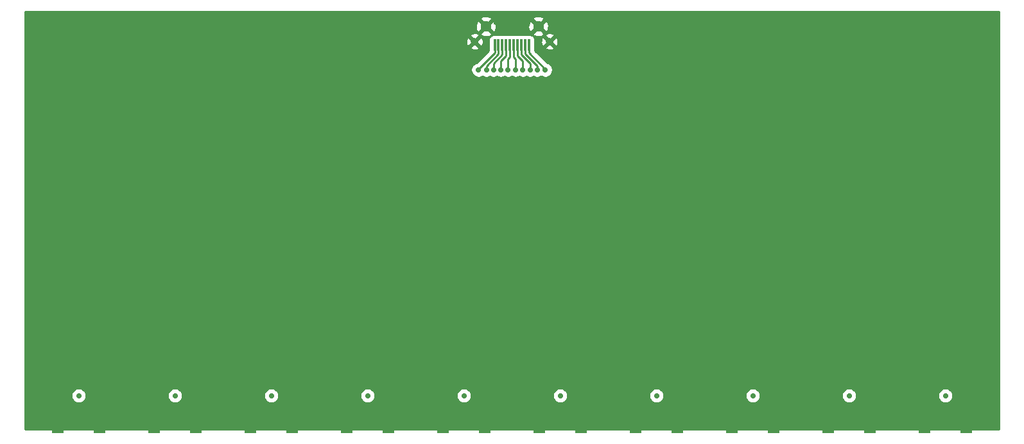
<source format=gbr>
G04 #@! TF.GenerationSoftware,KiCad,Pcbnew,(6.0.0-rc1-dev-305-gf0b8b2136)*
G04 #@! TF.CreationDate,2019-06-24T13:23:36-06:00*
G04 #@! TF.ProjectId,Station04,53746174696F6E30342E6B696361645F,rev?*
G04 #@! TF.SameCoordinates,Original*
G04 #@! TF.FileFunction,Copper,L4,Bot,Signal*
G04 #@! TF.FilePolarity,Positive*
%FSLAX46Y46*%
G04 Gerber Fmt 4.6, Leading zero omitted, Abs format (unit mm)*
G04 Created by KiCad (PCBNEW (6.0.0-rc1-dev-305-gf0b8b2136)) date 06/24/19 13:23:36*
%MOMM*%
%LPD*%
G01*
G04 APERTURE LIST*
G04 #@! TA.AperFunction,SMDPad,CuDef*
%ADD10R,1.501140X3.962400*%
G04 #@! TD*
G04 #@! TA.AperFunction,ComponentPad*
%ADD11C,1.450000*%
G04 #@! TD*
G04 #@! TA.AperFunction,ComponentPad*
%ADD12C,1.000000*%
G04 #@! TD*
G04 #@! TA.AperFunction,SMDPad,CuDef*
%ADD13R,0.300000X1.500000*%
G04 #@! TD*
G04 #@! TA.AperFunction,ViaPad*
%ADD14C,0.800000*%
G04 #@! TD*
G04 #@! TA.AperFunction,ViaPad*
%ADD15C,0.711200*%
G04 #@! TD*
G04 #@! TA.AperFunction,Conductor*
%ADD16C,0.250000*%
G04 #@! TD*
G04 #@! TA.AperFunction,Conductor*
%ADD17C,0.254000*%
G04 #@! TD*
G04 APERTURE END LIST*
D10*
G04 #@! TO.P,U5,2*
G04 #@! TO.N,GND*
X81131400Y-54349100D03*
X86668600Y-54349100D03*
G04 #@! TD*
D11*
G04 #@! TO.P,U1,21*
G04 #@! TO.N,GND*
X68310000Y-2610000D03*
X61390000Y-2610000D03*
D12*
X69785000Y-4610000D03*
X59915000Y-4610000D03*
D13*
G04 #@! TO.P,U1,20*
G04 #@! TO.N,Net-(U1-Pad20)*
X62560000Y-5100000D03*
G04 #@! TO.P,U1,19*
G04 #@! TO.N,GND*
X62560000Y-1600000D03*
G04 #@! TO.P,U1,18*
G04 #@! TO.N,Net-(U1-Pad18)*
X63060000Y-5100000D03*
G04 #@! TO.P,U1,17*
G04 #@! TO.N,GND*
X63060000Y-1600000D03*
G04 #@! TO.P,U1,16*
G04 #@! TO.N,Net-(U1-Pad16)*
X63560000Y-5100000D03*
G04 #@! TO.P,U1,15*
G04 #@! TO.N,GND*
X63560000Y-1600000D03*
G04 #@! TO.P,U1,14*
G04 #@! TO.N,Net-(U1-Pad14)*
X64060000Y-5100000D03*
G04 #@! TO.P,U1,13*
G04 #@! TO.N,GND*
X64060000Y-1600000D03*
G04 #@! TO.P,U1,12*
G04 #@! TO.N,Net-(U1-Pad12)*
X64560000Y-5100000D03*
G04 #@! TO.P,U1,11*
G04 #@! TO.N,GND*
X64560000Y-1600000D03*
G04 #@! TO.P,U1,10*
G04 #@! TO.N,Net-(U1-Pad10)*
X65060000Y-5100000D03*
G04 #@! TO.P,U1,9*
G04 #@! TO.N,GND*
X65060000Y-1600000D03*
G04 #@! TO.P,U1,8*
G04 #@! TO.N,Net-(U1-Pad8)*
X65560000Y-5100000D03*
G04 #@! TO.P,U1,7*
G04 #@! TO.N,GND*
X65560000Y-1600000D03*
G04 #@! TO.P,U1,6*
G04 #@! TO.N,Net-(U1-Pad6)*
X66060000Y-5100000D03*
G04 #@! TO.P,U1,5*
G04 #@! TO.N,GND*
X66060000Y-1600000D03*
G04 #@! TO.P,U1,4*
G04 #@! TO.N,Net-(U1-Pad4)*
X66560000Y-5100000D03*
G04 #@! TO.P,U1,3*
G04 #@! TO.N,GND*
X66560000Y-1600000D03*
G04 #@! TO.P,U1,2*
G04 #@! TO.N,Net-(U1-Pad2)*
X67060000Y-5100000D03*
G04 #@! TO.P,U1,1*
G04 #@! TO.N,GND*
X67060000Y-1600000D03*
G04 #@! TD*
D10*
G04 #@! TO.P,U2,2*
G04 #@! TO.N,GND*
X119231400Y-54349100D03*
X124768600Y-54349100D03*
G04 #@! TD*
G04 #@! TO.P,U3,2*
G04 #@! TO.N,GND*
X106531400Y-54349100D03*
X112068600Y-54349100D03*
G04 #@! TD*
G04 #@! TO.P,U4,2*
G04 #@! TO.N,GND*
X93831400Y-54349100D03*
X99368600Y-54349100D03*
G04 #@! TD*
G04 #@! TO.P,U6,2*
G04 #@! TO.N,GND*
X68431400Y-54349100D03*
X73968600Y-54349100D03*
G04 #@! TD*
G04 #@! TO.P,U7,2*
G04 #@! TO.N,GND*
X55731400Y-54349100D03*
X61268600Y-54349100D03*
G04 #@! TD*
G04 #@! TO.P,U8,2*
G04 #@! TO.N,GND*
X43031400Y-54349100D03*
X48568600Y-54349100D03*
G04 #@! TD*
G04 #@! TO.P,U9,2*
G04 #@! TO.N,GND*
X30331400Y-54349100D03*
X35868600Y-54349100D03*
G04 #@! TD*
G04 #@! TO.P,U10,2*
G04 #@! TO.N,GND*
X17631400Y-54349100D03*
X23168600Y-54349100D03*
G04 #@! TD*
G04 #@! TO.P,U11,2*
G04 #@! TO.N,GND*
X4931400Y-54349100D03*
X10468600Y-54349100D03*
G04 #@! TD*
D14*
G04 #@! TO.N,GND*
X1500000Y-1500000D03*
X1500000Y-4470555D03*
X1500000Y-7441110D03*
X1500000Y-10411665D03*
X1500000Y-13382220D03*
X1500000Y-16352775D03*
X1500000Y-19323330D03*
X1500000Y-22293885D03*
X1500000Y-25264440D03*
X1500000Y-28234995D03*
X1500000Y-31205550D03*
X1500000Y-34176105D03*
X1500000Y-37146660D03*
X1500000Y-40117215D03*
X1500000Y-43087770D03*
X1500000Y-46058325D03*
X1500000Y-49028880D03*
X1500000Y-51999435D03*
X1500000Y-54970000D03*
X8500000Y-16352775D03*
X8500000Y-7441110D03*
X8500000Y-10411665D03*
X8500000Y-25264440D03*
X8500000Y-31205550D03*
X8500000Y-28234995D03*
X8500000Y-1500000D03*
X8500000Y-19323330D03*
X8500000Y-13382220D03*
X8500000Y-4470555D03*
X8500000Y-22293885D03*
X8500000Y-43087770D03*
X8500000Y-40117215D03*
X8500000Y-37146660D03*
X8500000Y-34176105D03*
X15500000Y-19323330D03*
X15500000Y-16352775D03*
X15500000Y-37146660D03*
X15500000Y-40117215D03*
X15500000Y-22293885D03*
X15500000Y-34176105D03*
X15500000Y-4470555D03*
X15500000Y-13382220D03*
X15500000Y-1500000D03*
X15500000Y-31205550D03*
X15500000Y-28234995D03*
X15500000Y-10411665D03*
X15500000Y-7441110D03*
X15500000Y-25264440D03*
X22500000Y-22293885D03*
X22500000Y-1500000D03*
X22500000Y-7441110D03*
X22500000Y-28234995D03*
X22500000Y-19323330D03*
X22500000Y-25264440D03*
X22500000Y-16352775D03*
X22500000Y-10411665D03*
X22500000Y-31205550D03*
X22500000Y-13382220D03*
X22500000Y-4470555D03*
X29500000Y-22293885D03*
X29500000Y-1500000D03*
X29500000Y-7441110D03*
X29500000Y-28234995D03*
X29500000Y-19323330D03*
X29500000Y-25264440D03*
X29500000Y-16352775D03*
X29500000Y-10411665D03*
X29500000Y-13382220D03*
X29500000Y-4470555D03*
X36500000Y-16352775D03*
X36500000Y-13382220D03*
X36500000Y-4470555D03*
X36500000Y-10411665D03*
X36500000Y-19323330D03*
X36500000Y-7441110D03*
X36500000Y-1500000D03*
X36500000Y-22293885D03*
X43500000Y-13382220D03*
X43500000Y-10411665D03*
X43500000Y-4470555D03*
X43500000Y-1500000D03*
X43500000Y-16352775D03*
X43500000Y-7441110D03*
X50500000Y-7441110D03*
X50500000Y-1500000D03*
X50500000Y-4470555D03*
X50500000Y-10411665D03*
X57500000Y-7441110D03*
X57500000Y-1500000D03*
X57500000Y-4470555D03*
X114200000Y-22293885D03*
X114200000Y-1500000D03*
X114200000Y-37146660D03*
X114200000Y-19323330D03*
X114200000Y-28234995D03*
X114200000Y-16352775D03*
X114200000Y-31205550D03*
X114200000Y-7441110D03*
X114200000Y-34176105D03*
X114200000Y-10411665D03*
X114200000Y-40117215D03*
X114200000Y-4470555D03*
X114200000Y-25264440D03*
X114200000Y-13382220D03*
X100200000Y-16352775D03*
X100200000Y-13382220D03*
X100200000Y-4470555D03*
X100200000Y-10411665D03*
X128200000Y-16352775D03*
X128200000Y-7441110D03*
X128200000Y-1500000D03*
X128200000Y-4470555D03*
X128200000Y-10411665D03*
X128200000Y-46058325D03*
X128200000Y-19323330D03*
X128200000Y-13382220D03*
X128200000Y-28234995D03*
X128200000Y-22293885D03*
X128200000Y-31205550D03*
X128200000Y-34176105D03*
X128200000Y-43087770D03*
X128200000Y-25264440D03*
X128200000Y-37146660D03*
X128200000Y-54970000D03*
X128200000Y-40117215D03*
X128200000Y-49028880D03*
X128200000Y-51999435D03*
X100200000Y-25264440D03*
X100200000Y-19323330D03*
X100200000Y-7441110D03*
X100200000Y-1500000D03*
X100200000Y-28234995D03*
X100200000Y-22293885D03*
X121200000Y-19323330D03*
X121200000Y-16352775D03*
X121200000Y-37146660D03*
X121200000Y-40117215D03*
X121200000Y-43087770D03*
X121200000Y-22293885D03*
X121200000Y-34176105D03*
X121200000Y-4470555D03*
X121200000Y-13382220D03*
X121200000Y-1500000D03*
X121200000Y-31205550D03*
X121200000Y-28234995D03*
X121200000Y-10411665D03*
X121200000Y-7441110D03*
X121200000Y-25264440D03*
X107200000Y-25264440D03*
X107200000Y-13382220D03*
X107200000Y-22293885D03*
X107200000Y-16352775D03*
X107200000Y-31205550D03*
X107200000Y-1500000D03*
X107200000Y-7441110D03*
X107200000Y-4470555D03*
X107200000Y-28234995D03*
X107200000Y-10411665D03*
X107200000Y-19323330D03*
X72200000Y-4470555D03*
X79200000Y-7441110D03*
X86200000Y-7441110D03*
X86200000Y-16352775D03*
X86200000Y-1500000D03*
X93200000Y-13382220D03*
X86200000Y-4470555D03*
X86200000Y-10411665D03*
X79200000Y-1500000D03*
X93200000Y-4470555D03*
X93200000Y-10411665D03*
X93200000Y-19323330D03*
X93200000Y-7441110D03*
X93200000Y-22293885D03*
X93200000Y-1500000D03*
X93200000Y-16352775D03*
X72200000Y-1500000D03*
X79200000Y-10411665D03*
X72200000Y-7441110D03*
X79200000Y-4470555D03*
X86200000Y-13382220D03*
D15*
X53390640Y-25689300D03*
X82039040Y-25689300D03*
X76309360Y-25689300D03*
X47660960Y-25689300D03*
X87768720Y-25689300D03*
X36201600Y-25689300D03*
X93498400Y-25689300D03*
X70579680Y-25689300D03*
X64850000Y-25689300D03*
X41931280Y-25689300D03*
X59120320Y-25689300D03*
X51590640Y-28889700D03*
X84739040Y-28889700D03*
X78109360Y-28889700D03*
X44960960Y-28889700D03*
X91368720Y-28889700D03*
X31701600Y-28889700D03*
X97998400Y-28889700D03*
X71479680Y-28889700D03*
X64850000Y-28889700D03*
X38331280Y-28889700D03*
X58220320Y-28889700D03*
X49883020Y-31963100D03*
X87268720Y-31963100D03*
X79791580Y-31963100D03*
X42405880Y-31963100D03*
X94745860Y-31963100D03*
X27451600Y-31963100D03*
X102248400Y-31963100D03*
X72314440Y-31963100D03*
X64837300Y-31963100D03*
X34928740Y-31963100D03*
X57360160Y-31963100D03*
X48183020Y-35138100D03*
X89818720Y-35138100D03*
X81491580Y-35138100D03*
X39855880Y-35138100D03*
X98145860Y-35138100D03*
X23201600Y-35138100D03*
X106498400Y-35138100D03*
X73164440Y-35138100D03*
X64837300Y-35138100D03*
X31528740Y-35138100D03*
X56510160Y-35138100D03*
X46283020Y-38617900D03*
X92668720Y-38617900D03*
X83391580Y-38617900D03*
X37005880Y-38617900D03*
X101945860Y-38617900D03*
X18451600Y-38617900D03*
X111248400Y-38617900D03*
X74114440Y-38617900D03*
X64837300Y-38617900D03*
X27728740Y-38617900D03*
X55560160Y-38617900D03*
X44383020Y-42097700D03*
X95518720Y-42097700D03*
X85291580Y-42097700D03*
X34155880Y-42097700D03*
X105745860Y-42097700D03*
X13701600Y-42097700D03*
X115998400Y-42097700D03*
X75064440Y-42097700D03*
X64837300Y-42097700D03*
X23928740Y-42097700D03*
X54610160Y-42097700D03*
X42583020Y-45526700D03*
X98218720Y-45526700D03*
X87091580Y-45526700D03*
X31455880Y-45526700D03*
X109345860Y-45526700D03*
X9201600Y-45526700D03*
X120498400Y-45526700D03*
X75964440Y-45526700D03*
X64837300Y-45526700D03*
X20328740Y-45526700D03*
X53710160Y-45526700D03*
X40783020Y-48879500D03*
X100918720Y-48879500D03*
X88891580Y-48879500D03*
X28755880Y-48879500D03*
X112945860Y-48879500D03*
X4701600Y-48879500D03*
X124998400Y-48879500D03*
X76864440Y-48879500D03*
X64837300Y-48879500D03*
X16728740Y-48879500D03*
X52810160Y-48879500D03*
X74839040Y-16907250D03*
X58190640Y-16907250D03*
X71509360Y-16907250D03*
X54860960Y-16907250D03*
X78168720Y-16907250D03*
X48201600Y-16907250D03*
X81498400Y-16907250D03*
X68179680Y-16907250D03*
X64850000Y-16907250D03*
X51531280Y-16907250D03*
X61520320Y-16907250D03*
X72289040Y-13833850D03*
X59890640Y-13833850D03*
X69809360Y-13833850D03*
X57410960Y-13833850D03*
X74618720Y-13833850D03*
X52020000Y-13833850D03*
X77248400Y-13833850D03*
X67329680Y-13833850D03*
X64850000Y-13833850D03*
X55081280Y-13833850D03*
X62370320Y-13833850D03*
X79639040Y-22895300D03*
X59920320Y-22895300D03*
X45131280Y-22895300D03*
X64850000Y-22895300D03*
X69779680Y-22895300D03*
X89498400Y-22895300D03*
X40201600Y-22895300D03*
X84568720Y-22895300D03*
X50060960Y-22895300D03*
X74709360Y-22895300D03*
X54990640Y-22895300D03*
X77239040Y-19980650D03*
X60720320Y-19980650D03*
X48331280Y-19980650D03*
X64850000Y-19980650D03*
X68979680Y-19980650D03*
X85498400Y-19980650D03*
X44201600Y-19980650D03*
X81368720Y-19980650D03*
X52460960Y-19980650D03*
X73109360Y-19980650D03*
X56590640Y-19980650D03*
G04 #@! TO.N,Net-(U1-Pad20)*
X60410000Y-8350000D03*
X7700000Y-51350000D03*
G04 #@! TO.N,Net-(U1-Pad18)*
X20400000Y-51350000D03*
X61460000Y-8350000D03*
G04 #@! TO.N,Net-(U1-Pad16)*
X33100000Y-51350000D03*
X62410000Y-8350000D03*
G04 #@! TO.N,Net-(U1-Pad14)*
X45800000Y-51350000D03*
X63360000Y-8350000D03*
G04 #@! TO.N,Net-(U1-Pad12)*
X58500000Y-51350000D03*
X64310000Y-8350000D03*
G04 #@! TO.N,Net-(U1-Pad10)*
X71200000Y-51350000D03*
X65310000Y-8350000D03*
G04 #@! TO.N,Net-(U1-Pad8)*
X83900000Y-51350000D03*
X66260000Y-8350000D03*
G04 #@! TO.N,Net-(U1-Pad6)*
X96600000Y-51350000D03*
X67210000Y-8350000D03*
G04 #@! TO.N,Net-(U1-Pad4)*
X109300000Y-51350000D03*
X68160000Y-8350000D03*
G04 #@! TO.N,Net-(U1-Pad2)*
X122000000Y-51350000D03*
X69210000Y-8350000D03*
G04 #@! TD*
D16*
G04 #@! TO.N,Net-(U1-Pad20)*
X60410000Y-8250000D02*
X60410000Y-8350000D01*
X62560000Y-5100000D02*
X62560000Y-6100000D01*
X62560000Y-6100000D02*
X60410000Y-8250000D01*
G04 #@! TO.N,Net-(U1-Pad18)*
X61460000Y-7836410D02*
X61460000Y-8350000D01*
X63060000Y-6236410D02*
X61460000Y-7836410D01*
X63060000Y-6236410D02*
X63060000Y-5100000D01*
G04 #@! TO.N,Net-(U1-Pad16)*
X62410000Y-7522820D02*
X62410000Y-8350000D01*
X63560000Y-6372820D02*
X62410000Y-7522820D01*
X63560000Y-6372820D02*
X63560000Y-5100000D01*
G04 #@! TO.N,Net-(U1-Pad14)*
X63360000Y-7209230D02*
X63360000Y-8350000D01*
X64060000Y-6509230D02*
X63360000Y-7209230D01*
X64060000Y-6509230D02*
X64060000Y-5100000D01*
G04 #@! TO.N,Net-(U1-Pad12)*
X64310000Y-6895640D02*
X64310000Y-8350000D01*
X64560000Y-6645640D02*
X64310000Y-6895640D01*
X64560000Y-6645640D02*
X64560000Y-5100000D01*
G04 #@! TO.N,Net-(U1-Pad10)*
X65310000Y-6895640D02*
X65310000Y-8350000D01*
X65060000Y-6645640D02*
X65310000Y-6895640D01*
X65060000Y-6645640D02*
X65060000Y-5100000D01*
G04 #@! TO.N,Net-(U1-Pad8)*
X66260000Y-7209230D02*
X66260000Y-8350000D01*
X65560000Y-6509230D02*
X66260000Y-7209230D01*
X65560000Y-6509230D02*
X65560000Y-5100000D01*
G04 #@! TO.N,Net-(U1-Pad6)*
X66060000Y-6372820D02*
X67210000Y-7522820D01*
X66060000Y-6372820D02*
X66060000Y-5100000D01*
X67210000Y-8350000D02*
X67210000Y-7522820D01*
G04 #@! TO.N,Net-(U1-Pad4)*
X66560000Y-6236410D02*
X68160000Y-7836410D01*
X66560000Y-6236410D02*
X66560000Y-5100000D01*
X68160000Y-8350000D02*
X68160000Y-7836410D01*
G04 #@! TO.N,Net-(U1-Pad2)*
X69210000Y-8250000D02*
X69210000Y-8350000D01*
X67060000Y-5100000D02*
X67060000Y-6100000D01*
X67060000Y-6100000D02*
X69210000Y-8250000D01*
G04 #@! TD*
D17*
G04 #@! TO.N,GND*
G36*
X129040000Y-55810000D02*
X660000Y-55810000D01*
X660000Y-51252434D01*
X6709400Y-51252434D01*
X6709400Y-51447566D01*
X6747468Y-51638947D01*
X6822142Y-51819225D01*
X6930551Y-51981471D01*
X7068529Y-52119449D01*
X7230775Y-52227858D01*
X7411053Y-52302532D01*
X7602434Y-52340600D01*
X7797566Y-52340600D01*
X7988947Y-52302532D01*
X8169225Y-52227858D01*
X8331471Y-52119449D01*
X8469449Y-51981471D01*
X8577858Y-51819225D01*
X8652532Y-51638947D01*
X8690600Y-51447566D01*
X8690600Y-51252434D01*
X19409400Y-51252434D01*
X19409400Y-51447566D01*
X19447468Y-51638947D01*
X19522142Y-51819225D01*
X19630551Y-51981471D01*
X19768529Y-52119449D01*
X19930775Y-52227858D01*
X20111053Y-52302532D01*
X20302434Y-52340600D01*
X20497566Y-52340600D01*
X20688947Y-52302532D01*
X20869225Y-52227858D01*
X21031471Y-52119449D01*
X21169449Y-51981471D01*
X21277858Y-51819225D01*
X21352532Y-51638947D01*
X21390600Y-51447566D01*
X21390600Y-51252434D01*
X32109400Y-51252434D01*
X32109400Y-51447566D01*
X32147468Y-51638947D01*
X32222142Y-51819225D01*
X32330551Y-51981471D01*
X32468529Y-52119449D01*
X32630775Y-52227858D01*
X32811053Y-52302532D01*
X33002434Y-52340600D01*
X33197566Y-52340600D01*
X33388947Y-52302532D01*
X33569225Y-52227858D01*
X33731471Y-52119449D01*
X33869449Y-51981471D01*
X33977858Y-51819225D01*
X34052532Y-51638947D01*
X34090600Y-51447566D01*
X34090600Y-51252434D01*
X44809400Y-51252434D01*
X44809400Y-51447566D01*
X44847468Y-51638947D01*
X44922142Y-51819225D01*
X45030551Y-51981471D01*
X45168529Y-52119449D01*
X45330775Y-52227858D01*
X45511053Y-52302532D01*
X45702434Y-52340600D01*
X45897566Y-52340600D01*
X46088947Y-52302532D01*
X46269225Y-52227858D01*
X46431471Y-52119449D01*
X46569449Y-51981471D01*
X46677858Y-51819225D01*
X46752532Y-51638947D01*
X46790600Y-51447566D01*
X46790600Y-51252434D01*
X57509400Y-51252434D01*
X57509400Y-51447566D01*
X57547468Y-51638947D01*
X57622142Y-51819225D01*
X57730551Y-51981471D01*
X57868529Y-52119449D01*
X58030775Y-52227858D01*
X58211053Y-52302532D01*
X58402434Y-52340600D01*
X58597566Y-52340600D01*
X58788947Y-52302532D01*
X58969225Y-52227858D01*
X59131471Y-52119449D01*
X59269449Y-51981471D01*
X59377858Y-51819225D01*
X59452532Y-51638947D01*
X59490600Y-51447566D01*
X59490600Y-51252434D01*
X70209400Y-51252434D01*
X70209400Y-51447566D01*
X70247468Y-51638947D01*
X70322142Y-51819225D01*
X70430551Y-51981471D01*
X70568529Y-52119449D01*
X70730775Y-52227858D01*
X70911053Y-52302532D01*
X71102434Y-52340600D01*
X71297566Y-52340600D01*
X71488947Y-52302532D01*
X71669225Y-52227858D01*
X71831471Y-52119449D01*
X71969449Y-51981471D01*
X72077858Y-51819225D01*
X72152532Y-51638947D01*
X72190600Y-51447566D01*
X72190600Y-51252434D01*
X82909400Y-51252434D01*
X82909400Y-51447566D01*
X82947468Y-51638947D01*
X83022142Y-51819225D01*
X83130551Y-51981471D01*
X83268529Y-52119449D01*
X83430775Y-52227858D01*
X83611053Y-52302532D01*
X83802434Y-52340600D01*
X83997566Y-52340600D01*
X84188947Y-52302532D01*
X84369225Y-52227858D01*
X84531471Y-52119449D01*
X84669449Y-51981471D01*
X84777858Y-51819225D01*
X84852532Y-51638947D01*
X84890600Y-51447566D01*
X84890600Y-51252434D01*
X95609400Y-51252434D01*
X95609400Y-51447566D01*
X95647468Y-51638947D01*
X95722142Y-51819225D01*
X95830551Y-51981471D01*
X95968529Y-52119449D01*
X96130775Y-52227858D01*
X96311053Y-52302532D01*
X96502434Y-52340600D01*
X96697566Y-52340600D01*
X96888947Y-52302532D01*
X97069225Y-52227858D01*
X97231471Y-52119449D01*
X97369449Y-51981471D01*
X97477858Y-51819225D01*
X97552532Y-51638947D01*
X97590600Y-51447566D01*
X97590600Y-51252434D01*
X108309400Y-51252434D01*
X108309400Y-51447566D01*
X108347468Y-51638947D01*
X108422142Y-51819225D01*
X108530551Y-51981471D01*
X108668529Y-52119449D01*
X108830775Y-52227858D01*
X109011053Y-52302532D01*
X109202434Y-52340600D01*
X109397566Y-52340600D01*
X109588947Y-52302532D01*
X109769225Y-52227858D01*
X109931471Y-52119449D01*
X110069449Y-51981471D01*
X110177858Y-51819225D01*
X110252532Y-51638947D01*
X110290600Y-51447566D01*
X110290600Y-51252434D01*
X121009400Y-51252434D01*
X121009400Y-51447566D01*
X121047468Y-51638947D01*
X121122142Y-51819225D01*
X121230551Y-51981471D01*
X121368529Y-52119449D01*
X121530775Y-52227858D01*
X121711053Y-52302532D01*
X121902434Y-52340600D01*
X122097566Y-52340600D01*
X122288947Y-52302532D01*
X122469225Y-52227858D01*
X122631471Y-52119449D01*
X122769449Y-51981471D01*
X122877858Y-51819225D01*
X122952532Y-51638947D01*
X122990600Y-51447566D01*
X122990600Y-51252434D01*
X122952532Y-51061053D01*
X122877858Y-50880775D01*
X122769449Y-50718529D01*
X122631471Y-50580551D01*
X122469225Y-50472142D01*
X122288947Y-50397468D01*
X122097566Y-50359400D01*
X121902434Y-50359400D01*
X121711053Y-50397468D01*
X121530775Y-50472142D01*
X121368529Y-50580551D01*
X121230551Y-50718529D01*
X121122142Y-50880775D01*
X121047468Y-51061053D01*
X121009400Y-51252434D01*
X110290600Y-51252434D01*
X110252532Y-51061053D01*
X110177858Y-50880775D01*
X110069449Y-50718529D01*
X109931471Y-50580551D01*
X109769225Y-50472142D01*
X109588947Y-50397468D01*
X109397566Y-50359400D01*
X109202434Y-50359400D01*
X109011053Y-50397468D01*
X108830775Y-50472142D01*
X108668529Y-50580551D01*
X108530551Y-50718529D01*
X108422142Y-50880775D01*
X108347468Y-51061053D01*
X108309400Y-51252434D01*
X97590600Y-51252434D01*
X97552532Y-51061053D01*
X97477858Y-50880775D01*
X97369449Y-50718529D01*
X97231471Y-50580551D01*
X97069225Y-50472142D01*
X96888947Y-50397468D01*
X96697566Y-50359400D01*
X96502434Y-50359400D01*
X96311053Y-50397468D01*
X96130775Y-50472142D01*
X95968529Y-50580551D01*
X95830551Y-50718529D01*
X95722142Y-50880775D01*
X95647468Y-51061053D01*
X95609400Y-51252434D01*
X84890600Y-51252434D01*
X84852532Y-51061053D01*
X84777858Y-50880775D01*
X84669449Y-50718529D01*
X84531471Y-50580551D01*
X84369225Y-50472142D01*
X84188947Y-50397468D01*
X83997566Y-50359400D01*
X83802434Y-50359400D01*
X83611053Y-50397468D01*
X83430775Y-50472142D01*
X83268529Y-50580551D01*
X83130551Y-50718529D01*
X83022142Y-50880775D01*
X82947468Y-51061053D01*
X82909400Y-51252434D01*
X72190600Y-51252434D01*
X72152532Y-51061053D01*
X72077858Y-50880775D01*
X71969449Y-50718529D01*
X71831471Y-50580551D01*
X71669225Y-50472142D01*
X71488947Y-50397468D01*
X71297566Y-50359400D01*
X71102434Y-50359400D01*
X70911053Y-50397468D01*
X70730775Y-50472142D01*
X70568529Y-50580551D01*
X70430551Y-50718529D01*
X70322142Y-50880775D01*
X70247468Y-51061053D01*
X70209400Y-51252434D01*
X59490600Y-51252434D01*
X59452532Y-51061053D01*
X59377858Y-50880775D01*
X59269449Y-50718529D01*
X59131471Y-50580551D01*
X58969225Y-50472142D01*
X58788947Y-50397468D01*
X58597566Y-50359400D01*
X58402434Y-50359400D01*
X58211053Y-50397468D01*
X58030775Y-50472142D01*
X57868529Y-50580551D01*
X57730551Y-50718529D01*
X57622142Y-50880775D01*
X57547468Y-51061053D01*
X57509400Y-51252434D01*
X46790600Y-51252434D01*
X46752532Y-51061053D01*
X46677858Y-50880775D01*
X46569449Y-50718529D01*
X46431471Y-50580551D01*
X46269225Y-50472142D01*
X46088947Y-50397468D01*
X45897566Y-50359400D01*
X45702434Y-50359400D01*
X45511053Y-50397468D01*
X45330775Y-50472142D01*
X45168529Y-50580551D01*
X45030551Y-50718529D01*
X44922142Y-50880775D01*
X44847468Y-51061053D01*
X44809400Y-51252434D01*
X34090600Y-51252434D01*
X34052532Y-51061053D01*
X33977858Y-50880775D01*
X33869449Y-50718529D01*
X33731471Y-50580551D01*
X33569225Y-50472142D01*
X33388947Y-50397468D01*
X33197566Y-50359400D01*
X33002434Y-50359400D01*
X32811053Y-50397468D01*
X32630775Y-50472142D01*
X32468529Y-50580551D01*
X32330551Y-50718529D01*
X32222142Y-50880775D01*
X32147468Y-51061053D01*
X32109400Y-51252434D01*
X21390600Y-51252434D01*
X21352532Y-51061053D01*
X21277858Y-50880775D01*
X21169449Y-50718529D01*
X21031471Y-50580551D01*
X20869225Y-50472142D01*
X20688947Y-50397468D01*
X20497566Y-50359400D01*
X20302434Y-50359400D01*
X20111053Y-50397468D01*
X19930775Y-50472142D01*
X19768529Y-50580551D01*
X19630551Y-50718529D01*
X19522142Y-50880775D01*
X19447468Y-51061053D01*
X19409400Y-51252434D01*
X8690600Y-51252434D01*
X8652532Y-51061053D01*
X8577858Y-50880775D01*
X8469449Y-50718529D01*
X8331471Y-50580551D01*
X8169225Y-50472142D01*
X7988947Y-50397468D01*
X7797566Y-50359400D01*
X7602434Y-50359400D01*
X7411053Y-50397468D01*
X7230775Y-50472142D01*
X7068529Y-50580551D01*
X6930551Y-50718529D01*
X6822142Y-50880775D01*
X6747468Y-51061053D01*
X6709400Y-51252434D01*
X660000Y-51252434D01*
X660000Y-8252434D01*
X59419400Y-8252434D01*
X59419400Y-8447566D01*
X59457468Y-8638947D01*
X59532142Y-8819225D01*
X59640551Y-8981471D01*
X59778529Y-9119449D01*
X59940775Y-9227858D01*
X60121053Y-9302532D01*
X60312434Y-9340600D01*
X60507566Y-9340600D01*
X60698947Y-9302532D01*
X60879225Y-9227858D01*
X60935000Y-9190590D01*
X60990775Y-9227858D01*
X61171053Y-9302532D01*
X61362434Y-9340600D01*
X61557566Y-9340600D01*
X61748947Y-9302532D01*
X61929225Y-9227858D01*
X61935000Y-9223999D01*
X61940775Y-9227858D01*
X62121053Y-9302532D01*
X62312434Y-9340600D01*
X62507566Y-9340600D01*
X62698947Y-9302532D01*
X62879225Y-9227858D01*
X62885000Y-9223999D01*
X62890775Y-9227858D01*
X63071053Y-9302532D01*
X63262434Y-9340600D01*
X63457566Y-9340600D01*
X63648947Y-9302532D01*
X63829225Y-9227858D01*
X63835000Y-9223999D01*
X63840775Y-9227858D01*
X64021053Y-9302532D01*
X64212434Y-9340600D01*
X64407566Y-9340600D01*
X64598947Y-9302532D01*
X64779225Y-9227858D01*
X64810000Y-9207295D01*
X64840775Y-9227858D01*
X65021053Y-9302532D01*
X65212434Y-9340600D01*
X65407566Y-9340600D01*
X65598947Y-9302532D01*
X65779225Y-9227858D01*
X65785000Y-9223999D01*
X65790775Y-9227858D01*
X65971053Y-9302532D01*
X66162434Y-9340600D01*
X66357566Y-9340600D01*
X66548947Y-9302532D01*
X66729225Y-9227858D01*
X66735000Y-9223999D01*
X66740775Y-9227858D01*
X66921053Y-9302532D01*
X67112434Y-9340600D01*
X67307566Y-9340600D01*
X67498947Y-9302532D01*
X67679225Y-9227858D01*
X67685000Y-9223999D01*
X67690775Y-9227858D01*
X67871053Y-9302532D01*
X68062434Y-9340600D01*
X68257566Y-9340600D01*
X68448947Y-9302532D01*
X68629225Y-9227858D01*
X68685000Y-9190590D01*
X68740775Y-9227858D01*
X68921053Y-9302532D01*
X69112434Y-9340600D01*
X69307566Y-9340600D01*
X69498947Y-9302532D01*
X69679225Y-9227858D01*
X69841471Y-9119449D01*
X69979449Y-8981471D01*
X70087858Y-8819225D01*
X70162532Y-8638947D01*
X70200600Y-8447566D01*
X70200600Y-8252434D01*
X70162532Y-8061053D01*
X70087858Y-7880775D01*
X69979449Y-7718529D01*
X69841471Y-7580551D01*
X69679225Y-7472142D01*
X69498947Y-7397468D01*
X69415714Y-7380912D01*
X67848072Y-5813271D01*
X67848072Y-5388166D01*
X69186439Y-5388166D01*
X69221550Y-5601588D01*
X69425826Y-5692458D01*
X69643905Y-5741731D01*
X69867406Y-5747511D01*
X70087740Y-5709577D01*
X70296440Y-5629387D01*
X70348450Y-5601588D01*
X70383561Y-5388166D01*
X69785000Y-4789605D01*
X69186439Y-5388166D01*
X67848072Y-5388166D01*
X67848072Y-4692406D01*
X68647489Y-4692406D01*
X68685423Y-4912740D01*
X68765613Y-5121440D01*
X68793412Y-5173450D01*
X69006834Y-5208561D01*
X69605395Y-4610000D01*
X69964605Y-4610000D01*
X70563166Y-5208561D01*
X70776588Y-5173450D01*
X70867458Y-4969174D01*
X70916731Y-4751095D01*
X70922511Y-4527594D01*
X70884577Y-4307260D01*
X70804387Y-4098560D01*
X70776588Y-4046550D01*
X70563166Y-4011439D01*
X69964605Y-4610000D01*
X69605395Y-4610000D01*
X69006834Y-4011439D01*
X68793412Y-4046550D01*
X68702542Y-4250826D01*
X68653269Y-4468905D01*
X68647489Y-4692406D01*
X67848072Y-4692406D01*
X67848072Y-4350000D01*
X67835812Y-4225518D01*
X67799502Y-4105820D01*
X67740537Y-3995506D01*
X67661185Y-3898815D01*
X67564494Y-3819463D01*
X67454180Y-3760498D01*
X67334482Y-3724188D01*
X67210000Y-3711928D01*
X66910000Y-3711928D01*
X66810000Y-3721777D01*
X66710000Y-3711928D01*
X66410000Y-3711928D01*
X66310000Y-3721777D01*
X66210000Y-3711928D01*
X65910000Y-3711928D01*
X65810000Y-3721777D01*
X65710000Y-3711928D01*
X65410000Y-3711928D01*
X65310000Y-3721777D01*
X65210000Y-3711928D01*
X64910000Y-3711928D01*
X64810000Y-3721777D01*
X64710000Y-3711928D01*
X64410000Y-3711928D01*
X64310000Y-3721777D01*
X64210000Y-3711928D01*
X63910000Y-3711928D01*
X63810000Y-3721777D01*
X63710000Y-3711928D01*
X63410000Y-3711928D01*
X63310000Y-3721777D01*
X63210000Y-3711928D01*
X62910000Y-3711928D01*
X62810000Y-3721777D01*
X62710000Y-3711928D01*
X62410000Y-3711928D01*
X62285518Y-3724188D01*
X62165820Y-3760498D01*
X62055506Y-3819463D01*
X61958815Y-3898815D01*
X61879463Y-3995506D01*
X61820498Y-4105820D01*
X61784188Y-4225518D01*
X61771928Y-4350000D01*
X61771928Y-5813270D01*
X60204287Y-7380912D01*
X60121053Y-7397468D01*
X59940775Y-7472142D01*
X59778529Y-7580551D01*
X59640551Y-7718529D01*
X59532142Y-7880775D01*
X59457468Y-8061053D01*
X59419400Y-8252434D01*
X660000Y-8252434D01*
X660000Y-5388166D01*
X59316439Y-5388166D01*
X59351550Y-5601588D01*
X59555826Y-5692458D01*
X59773905Y-5741731D01*
X59997406Y-5747511D01*
X60217740Y-5709577D01*
X60426440Y-5629387D01*
X60478450Y-5601588D01*
X60513561Y-5388166D01*
X59915000Y-4789605D01*
X59316439Y-5388166D01*
X660000Y-5388166D01*
X660000Y-4692406D01*
X58777489Y-4692406D01*
X58815423Y-4912740D01*
X58895613Y-5121440D01*
X58923412Y-5173450D01*
X59136834Y-5208561D01*
X59735395Y-4610000D01*
X60094605Y-4610000D01*
X60693166Y-5208561D01*
X60906588Y-5173450D01*
X60997458Y-4969174D01*
X61046731Y-4751095D01*
X61052511Y-4527594D01*
X61014577Y-4307260D01*
X60934387Y-4098560D01*
X60906588Y-4046550D01*
X60693166Y-4011439D01*
X60094605Y-4610000D01*
X59735395Y-4610000D01*
X59136834Y-4011439D01*
X58923412Y-4046550D01*
X58832542Y-4250826D01*
X58783269Y-4468905D01*
X58777489Y-4692406D01*
X660000Y-4692406D01*
X660000Y-3831834D01*
X59316439Y-3831834D01*
X59915000Y-4430395D01*
X60513561Y-3831834D01*
X60478450Y-3618412D01*
X60322711Y-3549133D01*
X60630472Y-3549133D01*
X60692965Y-3785450D01*
X60935678Y-3898850D01*
X61195849Y-3962719D01*
X61463482Y-3974604D01*
X61728291Y-3934048D01*
X61980100Y-3842609D01*
X62087035Y-3785450D01*
X62149528Y-3549133D01*
X67550472Y-3549133D01*
X67612965Y-3785450D01*
X67855678Y-3898850D01*
X68115849Y-3962719D01*
X68383482Y-3974604D01*
X68648291Y-3934048D01*
X68900100Y-3842609D01*
X68920258Y-3831834D01*
X69186439Y-3831834D01*
X69785000Y-4430395D01*
X70383561Y-3831834D01*
X70348450Y-3618412D01*
X70144174Y-3527542D01*
X69926095Y-3478269D01*
X69702594Y-3472489D01*
X69482260Y-3510423D01*
X69273560Y-3590613D01*
X69221550Y-3618412D01*
X69186439Y-3831834D01*
X68920258Y-3831834D01*
X69007035Y-3785450D01*
X69069528Y-3549133D01*
X68310000Y-2789605D01*
X67550472Y-3549133D01*
X62149528Y-3549133D01*
X61390000Y-2789605D01*
X60630472Y-3549133D01*
X60322711Y-3549133D01*
X60274174Y-3527542D01*
X60056095Y-3478269D01*
X59832594Y-3472489D01*
X59612260Y-3510423D01*
X59403560Y-3590613D01*
X59351550Y-3618412D01*
X59316439Y-3831834D01*
X660000Y-3831834D01*
X660000Y-2683482D01*
X60025396Y-2683482D01*
X60065952Y-2948291D01*
X60157391Y-3200100D01*
X60214550Y-3307035D01*
X60450867Y-3369528D01*
X61210395Y-2610000D01*
X61569605Y-2610000D01*
X62329133Y-3369528D01*
X62565450Y-3307035D01*
X62678850Y-3064322D01*
X62742719Y-2804151D01*
X62748077Y-2683482D01*
X66945396Y-2683482D01*
X66985952Y-2948291D01*
X67077391Y-3200100D01*
X67134550Y-3307035D01*
X67370867Y-3369528D01*
X68130395Y-2610000D01*
X68489605Y-2610000D01*
X69249133Y-3369528D01*
X69485450Y-3307035D01*
X69598850Y-3064322D01*
X69662719Y-2804151D01*
X69674604Y-2536518D01*
X69634048Y-2271709D01*
X69542609Y-2019900D01*
X69485450Y-1912965D01*
X69249133Y-1850472D01*
X68489605Y-2610000D01*
X68130395Y-2610000D01*
X67370867Y-1850472D01*
X67134550Y-1912965D01*
X67021150Y-2155678D01*
X66957281Y-2415849D01*
X66945396Y-2683482D01*
X62748077Y-2683482D01*
X62754604Y-2536518D01*
X62714048Y-2271709D01*
X62622609Y-2019900D01*
X62565450Y-1912965D01*
X62329133Y-1850472D01*
X61569605Y-2610000D01*
X61210395Y-2610000D01*
X60450867Y-1850472D01*
X60214550Y-1912965D01*
X60101150Y-2155678D01*
X60037281Y-2415849D01*
X60025396Y-2683482D01*
X660000Y-2683482D01*
X660000Y-1670867D01*
X60630472Y-1670867D01*
X61390000Y-2430395D01*
X62149528Y-1670867D01*
X67550472Y-1670867D01*
X68310000Y-2430395D01*
X69069528Y-1670867D01*
X69007035Y-1434550D01*
X68764322Y-1321150D01*
X68504151Y-1257281D01*
X68236518Y-1245396D01*
X67971709Y-1285952D01*
X67719900Y-1377391D01*
X67612965Y-1434550D01*
X67550472Y-1670867D01*
X62149528Y-1670867D01*
X62087035Y-1434550D01*
X61844322Y-1321150D01*
X61584151Y-1257281D01*
X61316518Y-1245396D01*
X61051709Y-1285952D01*
X60799900Y-1377391D01*
X60692965Y-1434550D01*
X60630472Y-1670867D01*
X660000Y-1670867D01*
X660000Y-660000D01*
X129040001Y-660000D01*
X129040000Y-55810000D01*
X129040000Y-55810000D01*
G37*
X129040000Y-55810000D02*
X660000Y-55810000D01*
X660000Y-51252434D01*
X6709400Y-51252434D01*
X6709400Y-51447566D01*
X6747468Y-51638947D01*
X6822142Y-51819225D01*
X6930551Y-51981471D01*
X7068529Y-52119449D01*
X7230775Y-52227858D01*
X7411053Y-52302532D01*
X7602434Y-52340600D01*
X7797566Y-52340600D01*
X7988947Y-52302532D01*
X8169225Y-52227858D01*
X8331471Y-52119449D01*
X8469449Y-51981471D01*
X8577858Y-51819225D01*
X8652532Y-51638947D01*
X8690600Y-51447566D01*
X8690600Y-51252434D01*
X19409400Y-51252434D01*
X19409400Y-51447566D01*
X19447468Y-51638947D01*
X19522142Y-51819225D01*
X19630551Y-51981471D01*
X19768529Y-52119449D01*
X19930775Y-52227858D01*
X20111053Y-52302532D01*
X20302434Y-52340600D01*
X20497566Y-52340600D01*
X20688947Y-52302532D01*
X20869225Y-52227858D01*
X21031471Y-52119449D01*
X21169449Y-51981471D01*
X21277858Y-51819225D01*
X21352532Y-51638947D01*
X21390600Y-51447566D01*
X21390600Y-51252434D01*
X32109400Y-51252434D01*
X32109400Y-51447566D01*
X32147468Y-51638947D01*
X32222142Y-51819225D01*
X32330551Y-51981471D01*
X32468529Y-52119449D01*
X32630775Y-52227858D01*
X32811053Y-52302532D01*
X33002434Y-52340600D01*
X33197566Y-52340600D01*
X33388947Y-52302532D01*
X33569225Y-52227858D01*
X33731471Y-52119449D01*
X33869449Y-51981471D01*
X33977858Y-51819225D01*
X34052532Y-51638947D01*
X34090600Y-51447566D01*
X34090600Y-51252434D01*
X44809400Y-51252434D01*
X44809400Y-51447566D01*
X44847468Y-51638947D01*
X44922142Y-51819225D01*
X45030551Y-51981471D01*
X45168529Y-52119449D01*
X45330775Y-52227858D01*
X45511053Y-52302532D01*
X45702434Y-52340600D01*
X45897566Y-52340600D01*
X46088947Y-52302532D01*
X46269225Y-52227858D01*
X46431471Y-52119449D01*
X46569449Y-51981471D01*
X46677858Y-51819225D01*
X46752532Y-51638947D01*
X46790600Y-51447566D01*
X46790600Y-51252434D01*
X57509400Y-51252434D01*
X57509400Y-51447566D01*
X57547468Y-51638947D01*
X57622142Y-51819225D01*
X57730551Y-51981471D01*
X57868529Y-52119449D01*
X58030775Y-52227858D01*
X58211053Y-52302532D01*
X58402434Y-52340600D01*
X58597566Y-52340600D01*
X58788947Y-52302532D01*
X58969225Y-52227858D01*
X59131471Y-52119449D01*
X59269449Y-51981471D01*
X59377858Y-51819225D01*
X59452532Y-51638947D01*
X59490600Y-51447566D01*
X59490600Y-51252434D01*
X70209400Y-51252434D01*
X70209400Y-51447566D01*
X70247468Y-51638947D01*
X70322142Y-51819225D01*
X70430551Y-51981471D01*
X70568529Y-52119449D01*
X70730775Y-52227858D01*
X70911053Y-52302532D01*
X71102434Y-52340600D01*
X71297566Y-52340600D01*
X71488947Y-52302532D01*
X71669225Y-52227858D01*
X71831471Y-52119449D01*
X71969449Y-51981471D01*
X72077858Y-51819225D01*
X72152532Y-51638947D01*
X72190600Y-51447566D01*
X72190600Y-51252434D01*
X82909400Y-51252434D01*
X82909400Y-51447566D01*
X82947468Y-51638947D01*
X83022142Y-51819225D01*
X83130551Y-51981471D01*
X83268529Y-52119449D01*
X83430775Y-52227858D01*
X83611053Y-52302532D01*
X83802434Y-52340600D01*
X83997566Y-52340600D01*
X84188947Y-52302532D01*
X84369225Y-52227858D01*
X84531471Y-52119449D01*
X84669449Y-51981471D01*
X84777858Y-51819225D01*
X84852532Y-51638947D01*
X84890600Y-51447566D01*
X84890600Y-51252434D01*
X95609400Y-51252434D01*
X95609400Y-51447566D01*
X95647468Y-51638947D01*
X95722142Y-51819225D01*
X95830551Y-51981471D01*
X95968529Y-52119449D01*
X96130775Y-52227858D01*
X96311053Y-52302532D01*
X96502434Y-52340600D01*
X96697566Y-52340600D01*
X96888947Y-52302532D01*
X97069225Y-52227858D01*
X97231471Y-52119449D01*
X97369449Y-51981471D01*
X97477858Y-51819225D01*
X97552532Y-51638947D01*
X97590600Y-51447566D01*
X97590600Y-51252434D01*
X108309400Y-51252434D01*
X108309400Y-51447566D01*
X108347468Y-51638947D01*
X108422142Y-51819225D01*
X108530551Y-51981471D01*
X108668529Y-52119449D01*
X108830775Y-52227858D01*
X109011053Y-52302532D01*
X109202434Y-52340600D01*
X109397566Y-52340600D01*
X109588947Y-52302532D01*
X109769225Y-52227858D01*
X109931471Y-52119449D01*
X110069449Y-51981471D01*
X110177858Y-51819225D01*
X110252532Y-51638947D01*
X110290600Y-51447566D01*
X110290600Y-51252434D01*
X121009400Y-51252434D01*
X121009400Y-51447566D01*
X121047468Y-51638947D01*
X121122142Y-51819225D01*
X121230551Y-51981471D01*
X121368529Y-52119449D01*
X121530775Y-52227858D01*
X121711053Y-52302532D01*
X121902434Y-52340600D01*
X122097566Y-52340600D01*
X122288947Y-52302532D01*
X122469225Y-52227858D01*
X122631471Y-52119449D01*
X122769449Y-51981471D01*
X122877858Y-51819225D01*
X122952532Y-51638947D01*
X122990600Y-51447566D01*
X122990600Y-51252434D01*
X122952532Y-51061053D01*
X122877858Y-50880775D01*
X122769449Y-50718529D01*
X122631471Y-50580551D01*
X122469225Y-50472142D01*
X122288947Y-50397468D01*
X122097566Y-50359400D01*
X121902434Y-50359400D01*
X121711053Y-50397468D01*
X121530775Y-50472142D01*
X121368529Y-50580551D01*
X121230551Y-50718529D01*
X121122142Y-50880775D01*
X121047468Y-51061053D01*
X121009400Y-51252434D01*
X110290600Y-51252434D01*
X110252532Y-51061053D01*
X110177858Y-50880775D01*
X110069449Y-50718529D01*
X109931471Y-50580551D01*
X109769225Y-50472142D01*
X109588947Y-50397468D01*
X109397566Y-50359400D01*
X109202434Y-50359400D01*
X109011053Y-50397468D01*
X108830775Y-50472142D01*
X108668529Y-50580551D01*
X108530551Y-50718529D01*
X108422142Y-50880775D01*
X108347468Y-51061053D01*
X108309400Y-51252434D01*
X97590600Y-51252434D01*
X97552532Y-51061053D01*
X97477858Y-50880775D01*
X97369449Y-50718529D01*
X97231471Y-50580551D01*
X97069225Y-50472142D01*
X96888947Y-50397468D01*
X96697566Y-50359400D01*
X96502434Y-50359400D01*
X96311053Y-50397468D01*
X96130775Y-50472142D01*
X95968529Y-50580551D01*
X95830551Y-50718529D01*
X95722142Y-50880775D01*
X95647468Y-51061053D01*
X95609400Y-51252434D01*
X84890600Y-51252434D01*
X84852532Y-51061053D01*
X84777858Y-50880775D01*
X84669449Y-50718529D01*
X84531471Y-50580551D01*
X84369225Y-50472142D01*
X84188947Y-50397468D01*
X83997566Y-50359400D01*
X83802434Y-50359400D01*
X83611053Y-50397468D01*
X83430775Y-50472142D01*
X83268529Y-50580551D01*
X83130551Y-50718529D01*
X83022142Y-50880775D01*
X82947468Y-51061053D01*
X82909400Y-51252434D01*
X72190600Y-51252434D01*
X72152532Y-51061053D01*
X72077858Y-50880775D01*
X71969449Y-50718529D01*
X71831471Y-50580551D01*
X71669225Y-50472142D01*
X71488947Y-50397468D01*
X71297566Y-50359400D01*
X71102434Y-50359400D01*
X70911053Y-50397468D01*
X70730775Y-50472142D01*
X70568529Y-50580551D01*
X70430551Y-50718529D01*
X70322142Y-50880775D01*
X70247468Y-51061053D01*
X70209400Y-51252434D01*
X59490600Y-51252434D01*
X59452532Y-51061053D01*
X59377858Y-50880775D01*
X59269449Y-50718529D01*
X59131471Y-50580551D01*
X58969225Y-50472142D01*
X58788947Y-50397468D01*
X58597566Y-50359400D01*
X58402434Y-50359400D01*
X58211053Y-50397468D01*
X58030775Y-50472142D01*
X57868529Y-50580551D01*
X57730551Y-50718529D01*
X57622142Y-50880775D01*
X57547468Y-51061053D01*
X57509400Y-51252434D01*
X46790600Y-51252434D01*
X46752532Y-51061053D01*
X46677858Y-50880775D01*
X46569449Y-50718529D01*
X46431471Y-50580551D01*
X46269225Y-50472142D01*
X46088947Y-50397468D01*
X45897566Y-50359400D01*
X45702434Y-50359400D01*
X45511053Y-50397468D01*
X45330775Y-50472142D01*
X45168529Y-50580551D01*
X45030551Y-50718529D01*
X44922142Y-50880775D01*
X44847468Y-51061053D01*
X44809400Y-51252434D01*
X34090600Y-51252434D01*
X34052532Y-51061053D01*
X33977858Y-50880775D01*
X33869449Y-50718529D01*
X33731471Y-50580551D01*
X33569225Y-50472142D01*
X33388947Y-50397468D01*
X33197566Y-50359400D01*
X33002434Y-50359400D01*
X32811053Y-50397468D01*
X32630775Y-50472142D01*
X32468529Y-50580551D01*
X32330551Y-50718529D01*
X32222142Y-50880775D01*
X32147468Y-51061053D01*
X32109400Y-51252434D01*
X21390600Y-51252434D01*
X21352532Y-51061053D01*
X21277858Y-50880775D01*
X21169449Y-50718529D01*
X21031471Y-50580551D01*
X20869225Y-50472142D01*
X20688947Y-50397468D01*
X20497566Y-50359400D01*
X20302434Y-50359400D01*
X20111053Y-50397468D01*
X19930775Y-50472142D01*
X19768529Y-50580551D01*
X19630551Y-50718529D01*
X19522142Y-50880775D01*
X19447468Y-51061053D01*
X19409400Y-51252434D01*
X8690600Y-51252434D01*
X8652532Y-51061053D01*
X8577858Y-50880775D01*
X8469449Y-50718529D01*
X8331471Y-50580551D01*
X8169225Y-50472142D01*
X7988947Y-50397468D01*
X7797566Y-50359400D01*
X7602434Y-50359400D01*
X7411053Y-50397468D01*
X7230775Y-50472142D01*
X7068529Y-50580551D01*
X6930551Y-50718529D01*
X6822142Y-50880775D01*
X6747468Y-51061053D01*
X6709400Y-51252434D01*
X660000Y-51252434D01*
X660000Y-8252434D01*
X59419400Y-8252434D01*
X59419400Y-8447566D01*
X59457468Y-8638947D01*
X59532142Y-8819225D01*
X59640551Y-8981471D01*
X59778529Y-9119449D01*
X59940775Y-9227858D01*
X60121053Y-9302532D01*
X60312434Y-9340600D01*
X60507566Y-9340600D01*
X60698947Y-9302532D01*
X60879225Y-9227858D01*
X60935000Y-9190590D01*
X60990775Y-9227858D01*
X61171053Y-9302532D01*
X61362434Y-9340600D01*
X61557566Y-9340600D01*
X61748947Y-9302532D01*
X61929225Y-9227858D01*
X61935000Y-9223999D01*
X61940775Y-9227858D01*
X62121053Y-9302532D01*
X62312434Y-9340600D01*
X62507566Y-9340600D01*
X62698947Y-9302532D01*
X62879225Y-9227858D01*
X62885000Y-9223999D01*
X62890775Y-9227858D01*
X63071053Y-9302532D01*
X63262434Y-9340600D01*
X63457566Y-9340600D01*
X63648947Y-9302532D01*
X63829225Y-9227858D01*
X63835000Y-9223999D01*
X63840775Y-9227858D01*
X64021053Y-9302532D01*
X64212434Y-9340600D01*
X64407566Y-9340600D01*
X64598947Y-9302532D01*
X64779225Y-9227858D01*
X64810000Y-9207295D01*
X64840775Y-9227858D01*
X65021053Y-9302532D01*
X65212434Y-9340600D01*
X65407566Y-9340600D01*
X65598947Y-9302532D01*
X65779225Y-9227858D01*
X65785000Y-9223999D01*
X65790775Y-9227858D01*
X65971053Y-9302532D01*
X66162434Y-9340600D01*
X66357566Y-9340600D01*
X66548947Y-9302532D01*
X66729225Y-9227858D01*
X66735000Y-9223999D01*
X66740775Y-9227858D01*
X66921053Y-9302532D01*
X67112434Y-9340600D01*
X67307566Y-9340600D01*
X67498947Y-9302532D01*
X67679225Y-9227858D01*
X67685000Y-9223999D01*
X67690775Y-9227858D01*
X67871053Y-9302532D01*
X68062434Y-9340600D01*
X68257566Y-9340600D01*
X68448947Y-9302532D01*
X68629225Y-9227858D01*
X68685000Y-9190590D01*
X68740775Y-9227858D01*
X68921053Y-9302532D01*
X69112434Y-9340600D01*
X69307566Y-9340600D01*
X69498947Y-9302532D01*
X69679225Y-9227858D01*
X69841471Y-9119449D01*
X69979449Y-8981471D01*
X70087858Y-8819225D01*
X70162532Y-8638947D01*
X70200600Y-8447566D01*
X70200600Y-8252434D01*
X70162532Y-8061053D01*
X70087858Y-7880775D01*
X69979449Y-7718529D01*
X69841471Y-7580551D01*
X69679225Y-7472142D01*
X69498947Y-7397468D01*
X69415714Y-7380912D01*
X67848072Y-5813271D01*
X67848072Y-5388166D01*
X69186439Y-5388166D01*
X69221550Y-5601588D01*
X69425826Y-5692458D01*
X69643905Y-5741731D01*
X69867406Y-5747511D01*
X70087740Y-5709577D01*
X70296440Y-5629387D01*
X70348450Y-5601588D01*
X70383561Y-5388166D01*
X69785000Y-4789605D01*
X69186439Y-5388166D01*
X67848072Y-5388166D01*
X67848072Y-4692406D01*
X68647489Y-4692406D01*
X68685423Y-4912740D01*
X68765613Y-5121440D01*
X68793412Y-5173450D01*
X69006834Y-5208561D01*
X69605395Y-4610000D01*
X69964605Y-4610000D01*
X70563166Y-5208561D01*
X70776588Y-5173450D01*
X70867458Y-4969174D01*
X70916731Y-4751095D01*
X70922511Y-4527594D01*
X70884577Y-4307260D01*
X70804387Y-4098560D01*
X70776588Y-4046550D01*
X70563166Y-4011439D01*
X69964605Y-4610000D01*
X69605395Y-4610000D01*
X69006834Y-4011439D01*
X68793412Y-4046550D01*
X68702542Y-4250826D01*
X68653269Y-4468905D01*
X68647489Y-4692406D01*
X67848072Y-4692406D01*
X67848072Y-4350000D01*
X67835812Y-4225518D01*
X67799502Y-4105820D01*
X67740537Y-3995506D01*
X67661185Y-3898815D01*
X67564494Y-3819463D01*
X67454180Y-3760498D01*
X67334482Y-3724188D01*
X67210000Y-3711928D01*
X66910000Y-3711928D01*
X66810000Y-3721777D01*
X66710000Y-3711928D01*
X66410000Y-3711928D01*
X66310000Y-3721777D01*
X66210000Y-3711928D01*
X65910000Y-3711928D01*
X65810000Y-3721777D01*
X65710000Y-3711928D01*
X65410000Y-3711928D01*
X65310000Y-3721777D01*
X65210000Y-3711928D01*
X64910000Y-3711928D01*
X64810000Y-3721777D01*
X64710000Y-3711928D01*
X64410000Y-3711928D01*
X64310000Y-3721777D01*
X64210000Y-3711928D01*
X63910000Y-3711928D01*
X63810000Y-3721777D01*
X63710000Y-3711928D01*
X63410000Y-3711928D01*
X63310000Y-3721777D01*
X63210000Y-3711928D01*
X62910000Y-3711928D01*
X62810000Y-3721777D01*
X62710000Y-3711928D01*
X62410000Y-3711928D01*
X62285518Y-3724188D01*
X62165820Y-3760498D01*
X62055506Y-3819463D01*
X61958815Y-3898815D01*
X61879463Y-3995506D01*
X61820498Y-4105820D01*
X61784188Y-4225518D01*
X61771928Y-4350000D01*
X61771928Y-5813270D01*
X60204287Y-7380912D01*
X60121053Y-7397468D01*
X59940775Y-7472142D01*
X59778529Y-7580551D01*
X59640551Y-7718529D01*
X59532142Y-7880775D01*
X59457468Y-8061053D01*
X59419400Y-8252434D01*
X660000Y-8252434D01*
X660000Y-5388166D01*
X59316439Y-5388166D01*
X59351550Y-5601588D01*
X59555826Y-5692458D01*
X59773905Y-5741731D01*
X59997406Y-5747511D01*
X60217740Y-5709577D01*
X60426440Y-5629387D01*
X60478450Y-5601588D01*
X60513561Y-5388166D01*
X59915000Y-4789605D01*
X59316439Y-5388166D01*
X660000Y-5388166D01*
X660000Y-4692406D01*
X58777489Y-4692406D01*
X58815423Y-4912740D01*
X58895613Y-5121440D01*
X58923412Y-5173450D01*
X59136834Y-5208561D01*
X59735395Y-4610000D01*
X60094605Y-4610000D01*
X60693166Y-5208561D01*
X60906588Y-5173450D01*
X60997458Y-4969174D01*
X61046731Y-4751095D01*
X61052511Y-4527594D01*
X61014577Y-4307260D01*
X60934387Y-4098560D01*
X60906588Y-4046550D01*
X60693166Y-4011439D01*
X60094605Y-4610000D01*
X59735395Y-4610000D01*
X59136834Y-4011439D01*
X58923412Y-4046550D01*
X58832542Y-4250826D01*
X58783269Y-4468905D01*
X58777489Y-4692406D01*
X660000Y-4692406D01*
X660000Y-3831834D01*
X59316439Y-3831834D01*
X59915000Y-4430395D01*
X60513561Y-3831834D01*
X60478450Y-3618412D01*
X60322711Y-3549133D01*
X60630472Y-3549133D01*
X60692965Y-3785450D01*
X60935678Y-3898850D01*
X61195849Y-3962719D01*
X61463482Y-3974604D01*
X61728291Y-3934048D01*
X61980100Y-3842609D01*
X62087035Y-3785450D01*
X62149528Y-3549133D01*
X67550472Y-3549133D01*
X67612965Y-3785450D01*
X67855678Y-3898850D01*
X68115849Y-3962719D01*
X68383482Y-3974604D01*
X68648291Y-3934048D01*
X68900100Y-3842609D01*
X68920258Y-3831834D01*
X69186439Y-3831834D01*
X69785000Y-4430395D01*
X70383561Y-3831834D01*
X70348450Y-3618412D01*
X70144174Y-3527542D01*
X69926095Y-3478269D01*
X69702594Y-3472489D01*
X69482260Y-3510423D01*
X69273560Y-3590613D01*
X69221550Y-3618412D01*
X69186439Y-3831834D01*
X68920258Y-3831834D01*
X69007035Y-3785450D01*
X69069528Y-3549133D01*
X68310000Y-2789605D01*
X67550472Y-3549133D01*
X62149528Y-3549133D01*
X61390000Y-2789605D01*
X60630472Y-3549133D01*
X60322711Y-3549133D01*
X60274174Y-3527542D01*
X60056095Y-3478269D01*
X59832594Y-3472489D01*
X59612260Y-3510423D01*
X59403560Y-3590613D01*
X59351550Y-3618412D01*
X59316439Y-3831834D01*
X660000Y-3831834D01*
X660000Y-2683482D01*
X60025396Y-2683482D01*
X60065952Y-2948291D01*
X60157391Y-3200100D01*
X60214550Y-3307035D01*
X60450867Y-3369528D01*
X61210395Y-2610000D01*
X61569605Y-2610000D01*
X62329133Y-3369528D01*
X62565450Y-3307035D01*
X62678850Y-3064322D01*
X62742719Y-2804151D01*
X62748077Y-2683482D01*
X66945396Y-2683482D01*
X66985952Y-2948291D01*
X67077391Y-3200100D01*
X67134550Y-3307035D01*
X67370867Y-3369528D01*
X68130395Y-2610000D01*
X68489605Y-2610000D01*
X69249133Y-3369528D01*
X69485450Y-3307035D01*
X69598850Y-3064322D01*
X69662719Y-2804151D01*
X69674604Y-2536518D01*
X69634048Y-2271709D01*
X69542609Y-2019900D01*
X69485450Y-1912965D01*
X69249133Y-1850472D01*
X68489605Y-2610000D01*
X68130395Y-2610000D01*
X67370867Y-1850472D01*
X67134550Y-1912965D01*
X67021150Y-2155678D01*
X66957281Y-2415849D01*
X66945396Y-2683482D01*
X62748077Y-2683482D01*
X62754604Y-2536518D01*
X62714048Y-2271709D01*
X62622609Y-2019900D01*
X62565450Y-1912965D01*
X62329133Y-1850472D01*
X61569605Y-2610000D01*
X61210395Y-2610000D01*
X60450867Y-1850472D01*
X60214550Y-1912965D01*
X60101150Y-2155678D01*
X60037281Y-2415849D01*
X60025396Y-2683482D01*
X660000Y-2683482D01*
X660000Y-1670867D01*
X60630472Y-1670867D01*
X61390000Y-2430395D01*
X62149528Y-1670867D01*
X67550472Y-1670867D01*
X68310000Y-2430395D01*
X69069528Y-1670867D01*
X69007035Y-1434550D01*
X68764322Y-1321150D01*
X68504151Y-1257281D01*
X68236518Y-1245396D01*
X67971709Y-1285952D01*
X67719900Y-1377391D01*
X67612965Y-1434550D01*
X67550472Y-1670867D01*
X62149528Y-1670867D01*
X62087035Y-1434550D01*
X61844322Y-1321150D01*
X61584151Y-1257281D01*
X61316518Y-1245396D01*
X61051709Y-1285952D01*
X60799900Y-1377391D01*
X60692965Y-1434550D01*
X60630472Y-1670867D01*
X660000Y-1670867D01*
X660000Y-660000D01*
X129040001Y-660000D01*
X129040000Y-55810000D01*
G04 #@! TD*
M02*

</source>
